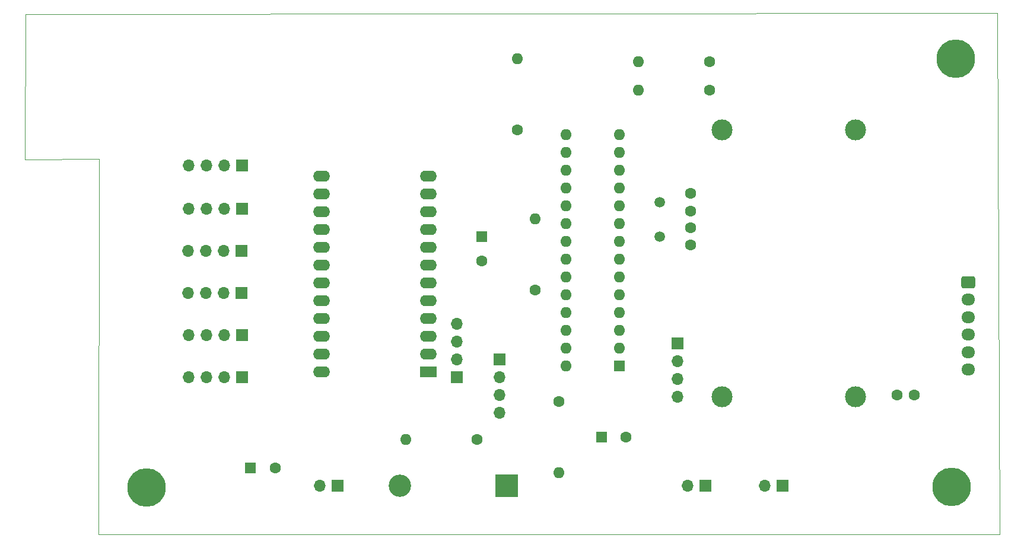
<source format=gbs>
%TF.GenerationSoftware,KiCad,Pcbnew,7.0.9*%
%TF.CreationDate,2023-12-29T10:55:07+07:00*%
%TF.ProjectId,incuTester,696e6375-5465-4737-9465-722e6b696361,rev?*%
%TF.SameCoordinates,Original*%
%TF.FileFunction,Soldermask,Bot*%
%TF.FilePolarity,Negative*%
%FSLAX46Y46*%
G04 Gerber Fmt 4.6, Leading zero omitted, Abs format (unit mm)*
G04 Created by KiCad (PCBNEW 7.0.9) date 2023-12-29 10:55:07*
%MOMM*%
%LPD*%
G01*
G04 APERTURE LIST*
G04 Aperture macros list*
%AMRoundRect*
0 Rectangle with rounded corners*
0 $1 Rounding radius*
0 $2 $3 $4 $5 $6 $7 $8 $9 X,Y pos of 4 corners*
0 Add a 4 corners polygon primitive as box body*
4,1,4,$2,$3,$4,$5,$6,$7,$8,$9,$2,$3,0*
0 Add four circle primitives for the rounded corners*
1,1,$1+$1,$2,$3*
1,1,$1+$1,$4,$5*
1,1,$1+$1,$6,$7*
1,1,$1+$1,$8,$9*
0 Add four rect primitives between the rounded corners*
20,1,$1+$1,$2,$3,$4,$5,0*
20,1,$1+$1,$4,$5,$6,$7,0*
20,1,$1+$1,$6,$7,$8,$9,0*
20,1,$1+$1,$8,$9,$2,$3,0*%
G04 Aperture macros list end*
%ADD10C,1.600000*%
%ADD11O,1.600000X1.600000*%
%ADD12R,1.700000X1.700000*%
%ADD13O,1.700000X1.700000*%
%ADD14C,3.000000*%
%ADD15R,2.400000X1.600000*%
%ADD16O,2.400000X1.600000*%
%ADD17R,1.600000X1.600000*%
%ADD18C,5.500000*%
%ADD19R,3.200000X3.200000*%
%ADD20O,3.200000X3.200000*%
%ADD21C,1.500000*%
%ADD22RoundRect,0.250000X-0.725000X0.600000X-0.725000X-0.600000X0.725000X-0.600000X0.725000X0.600000X0*%
%ADD23O,1.950000X1.700000*%
%TA.AperFunction,Profile*%
%ADD24C,0.100000*%
%TD*%
G04 APERTURE END LIST*
D10*
%TO.C,R5*%
X154940000Y-101600000D03*
D11*
X154940000Y-91440000D03*
%TD*%
D12*
%TO.C,P2*%
X179197000Y-129540000D03*
D13*
X176657000Y-129540000D03*
%TD*%
D10*
%TO.C,R4*%
X158300000Y-117520000D03*
D11*
X158300000Y-127680000D03*
%TD*%
D12*
%TO.C,J3*%
X149800000Y-111460000D03*
D13*
X149800000Y-114000000D03*
X149800000Y-116540000D03*
X149800000Y-119080000D03*
%TD*%
D10*
%TO.C,R1*%
X179832000Y-68961000D03*
D11*
X169672000Y-68961000D03*
%TD*%
D12*
%TO.C,J1*%
X190246000Y-129540000D03*
D13*
X187706000Y-129540000D03*
%TD*%
D10*
%TO.C,C_Rst*%
X206550000Y-116600000D03*
X209050000Y-116600000D03*
%TD*%
D12*
%TO.C,J7*%
X113020000Y-96000000D03*
D13*
X110480000Y-96000000D03*
X107940000Y-96000000D03*
X105400000Y-96000000D03*
%TD*%
D12*
%TO.C,J9*%
X113080000Y-108000000D03*
D13*
X110540000Y-108000000D03*
X108000000Y-108000000D03*
X105460000Y-108000000D03*
%TD*%
D14*
%TO.C,U1*%
X181610000Y-116840000D03*
X200660000Y-116840000D03*
X181610000Y-78740000D03*
X200660000Y-78740000D03*
%TD*%
D15*
%TO.C,U4*%
X139700000Y-113281000D03*
D16*
X139700000Y-110741000D03*
X139700000Y-108201000D03*
X139700000Y-105661000D03*
X139700000Y-103121000D03*
X139700000Y-100581000D03*
X139700000Y-98041000D03*
X139700000Y-95501000D03*
X139700000Y-92961000D03*
X139700000Y-90421000D03*
X139700000Y-87881000D03*
X139700000Y-85341000D03*
X124460000Y-85341000D03*
X124460000Y-87881000D03*
X124460000Y-90421000D03*
X124460000Y-92961000D03*
X124460000Y-95501000D03*
X124460000Y-98041000D03*
X124460000Y-100581000D03*
X124460000Y-103121000D03*
X124460000Y-105661000D03*
X124460000Y-108201000D03*
X124460000Y-110741000D03*
X124460000Y-113281000D03*
%TD*%
D17*
%TO.C,U2*%
X166904000Y-112416000D03*
D11*
X166904000Y-109876000D03*
X166904000Y-107336000D03*
X166904000Y-104796000D03*
X166904000Y-102256000D03*
X166904000Y-99716000D03*
X166904000Y-97176000D03*
X166904000Y-94636000D03*
X166904000Y-92096000D03*
X166904000Y-89556000D03*
X166904000Y-87016000D03*
X166904000Y-84476000D03*
X166904000Y-81936000D03*
X166904000Y-79396000D03*
X159284000Y-79396000D03*
X159284000Y-81936000D03*
X159284000Y-84476000D03*
X159284000Y-87016000D03*
X159284000Y-89556000D03*
X159284000Y-92096000D03*
X159284000Y-94636000D03*
X159284000Y-97176000D03*
X159284000Y-99716000D03*
X159284000Y-102256000D03*
X159284000Y-104796000D03*
X159284000Y-107336000D03*
X159284000Y-109876000D03*
X159284000Y-112416000D03*
%TD*%
D18*
%TO.C,*%
X99420000Y-129820000D03*
%TD*%
D17*
%TO.C,C1*%
X147320000Y-93980000D03*
D10*
X147320000Y-97480000D03*
%TD*%
D12*
%TO.C,J2*%
X175260000Y-109220000D03*
D13*
X175260000Y-111760000D03*
X175260000Y-114300000D03*
X175260000Y-116840000D03*
%TD*%
D12*
%TO.C,P1*%
X126746000Y-129540000D03*
D13*
X124206000Y-129540000D03*
%TD*%
D12*
%TO.C,J5*%
X113080000Y-83820000D03*
D13*
X110540000Y-83820000D03*
X108000000Y-83820000D03*
X105460000Y-83820000D03*
%TD*%
D19*
%TO.C,D1*%
X150876000Y-129540000D03*
D20*
X135636000Y-129540000D03*
%TD*%
D12*
%TO.C,J10*%
X113080000Y-114000000D03*
D13*
X110540000Y-114000000D03*
X108000000Y-114000000D03*
X105460000Y-114000000D03*
%TD*%
D12*
%TO.C,J8*%
X113020000Y-102000000D03*
D13*
X110480000Y-102000000D03*
X107940000Y-102000000D03*
X105400000Y-102000000D03*
%TD*%
D18*
%TO.C,REF\u002A\u002A*%
X214330000Y-129680000D03*
%TD*%
D10*
%TO.C,R2*%
X152400000Y-78740000D03*
D11*
X152400000Y-68580000D03*
%TD*%
D10*
%TO.C,R6*%
X179832000Y-73025000D03*
D11*
X169672000Y-73025000D03*
%TD*%
D17*
%TO.C,C3*%
X114300000Y-127000000D03*
D10*
X117800000Y-127000000D03*
%TD*%
%TO.C,C5*%
X177100000Y-87800000D03*
X177100000Y-90300000D03*
%TD*%
%TO.C,C4*%
X177100000Y-95200000D03*
X177100000Y-92700000D03*
%TD*%
D21*
%TO.C,X1*%
X172720000Y-93980000D03*
X172720000Y-89080000D03*
%TD*%
D12*
%TO.C,i2C1*%
X143700000Y-114020000D03*
D13*
X143700000Y-111480000D03*
X143700000Y-108940000D03*
X143700000Y-106400000D03*
%TD*%
D12*
%TO.C,J6*%
X113080000Y-90000000D03*
D13*
X110540000Y-90000000D03*
X108000000Y-90000000D03*
X105460000Y-90000000D03*
%TD*%
D17*
%TO.C,C2*%
X164378000Y-122555000D03*
D10*
X167878000Y-122555000D03*
%TD*%
%TO.C,R3*%
X146580000Y-122900000D03*
D11*
X136420000Y-122900000D03*
%TD*%
D22*
%TO.C,REF\u002A\u002A*%
X216700000Y-100470000D03*
D23*
X216700000Y-102970000D03*
X216700000Y-105470000D03*
X216700000Y-107970000D03*
X216700000Y-110470000D03*
X216700000Y-112970000D03*
%TD*%
D18*
%TO.C,*%
X214930000Y-68560000D03*
%TD*%
D24*
X92592500Y-136510000D02*
X221175000Y-136470000D01*
X82190000Y-62250000D02*
X82070000Y-82930000D01*
X92647500Y-82850000D02*
X92592500Y-136510000D01*
X82070000Y-82930000D02*
X92647500Y-82850000D01*
X220870000Y-62090000D02*
X82190000Y-62250000D01*
X221175000Y-136470000D02*
X220870000Y-62090000D01*
M02*

</source>
